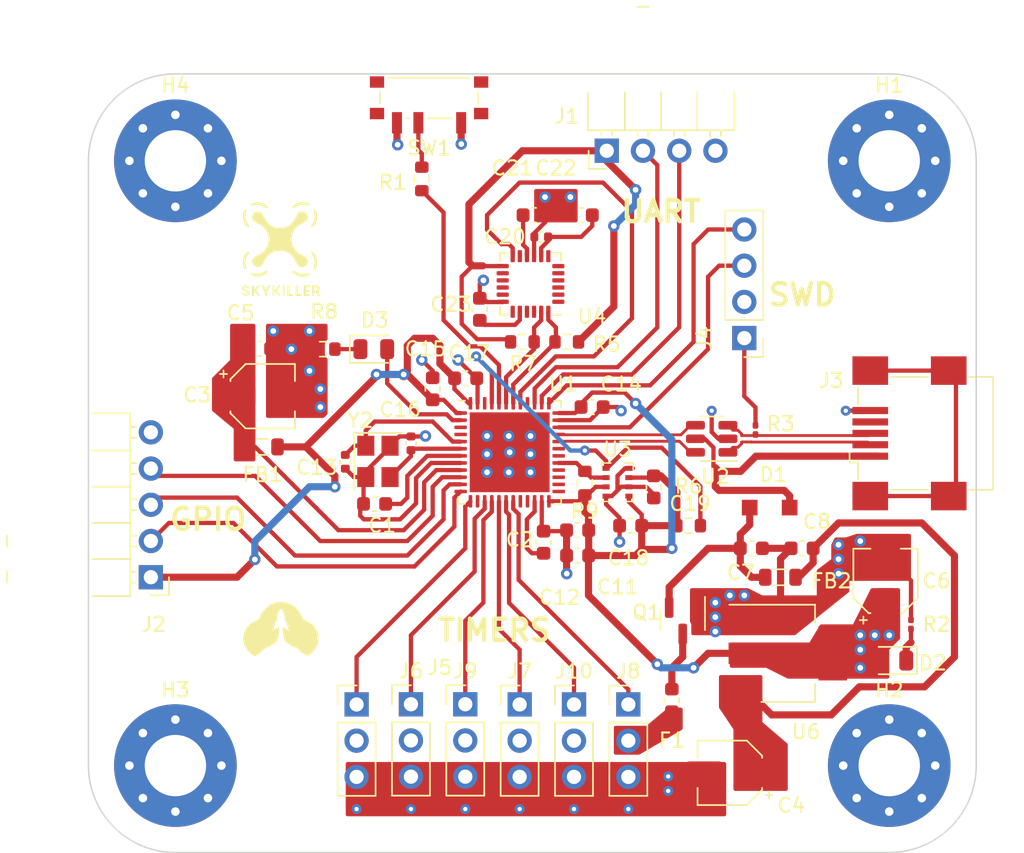
<source format=kicad_pcb>
(kicad_pcb (version 20211014) (generator pcbnew)
  (layers (0 "F.Cu" signal) (1 "In1.Cu" power) (2 "In2.Cu" power) (31 "B.Cu" signal) (34 "B.Paste" user) (35 "F.Paste" user) (36 "B.SilkS" user "B.Silkscreen") (37 "F.SilkS" user "F.Silkscreen") (38 "B.Mask" user) (39 "F.Mask" user) (44 "Edge.Cuts" user))
  (net 0 "")
  (net 1 "GND")
  (net 2 "NRST")
  (net 3 "VCAP")
  (net 4 "VDDA")
  (net 5 "Net-(C7-Pad1)")
  (net 6 "Regulator_Input 5V")
  (net 7 "HSE_IN")
  (net 8 "HSE_OUT")
  (net 9 "Net-(C21-Pad1)")
  (net 10 "Net-(C23-Pad1)")
  (net 11 "VBUS")
  (net 12 "Net-(D2-Pad1)")
  (net 13 "+5V")
  (net 14 "/MCU(STM32F411CEUX)/ESC")
  (net 18 "USART1_RX")
  (net 19 "USART1_TX")
  (net 20 "USB_CON_D-")
  (net 21 "USB_CON_D+")
  (net 23 "unconnected-(J3-Pad6)")
  (net 24 "SWDIO")
  (net 25 "SWCLK")
  (net 26 "TIM2_CH4")
  (net 27 "TIM2_CH1")
  (net 28 "TIM3_CH3")
  (net 29 "TIM3_CH1")
  (net 30 "TIM3_CH2")
  (net 31 "TIM3_CH4")
  (net 32 "GPIO_PA0")
  (net 33 "GPIO_PA1")
  (net 34 "Net-(R1-Pad1)")
  (net 35 "BOOT0")
  (net 36 "USER_LED 1")
  (net 39 "GPIO_PA2")
  (net 44 "USB_D-")
  (net 45 "USB_D+")
  (net 63 "/MCU(STM32F411CEUX)/MPU6050_SCL")
  (net 64 "/MCU(STM32F411CEUX)/BMP280_SDA")
  (net 65 "/MCU(STM32F411CEUX)/MPU6050_SDA")
  (net 66 "/MCU(STM32F411CEUX)/BMP280_SCL")
  (net 72 "/MCU(STM32F411CEUX)/MPU6050_INT")
  (net 73 "Net-(D3-Pad1)")
  (net 77 "+3.3V")
  (footprint "LED_SMD:LED_0805_2012Metric" (layer "F.Cu") (at 170.67925 105.497 180)
    (fp_text reference "D2")
    (fp_text value "RED")
  )
  (footprint "Connector_PinHeader_2.54mm:PinHeader_1x03_P2.54mm_Vertical" (layer "F.Cu") (at 152.13725 108.575)
    (fp_text reference "J8")
    (fp_text value "MOTOR")
  )
  (footprint "Connector_PinHeader_2.54mm:PinHeader_1x05_P2.54mm_Horizontal" (layer "F.Cu") (at 118.66625 99.65 180)
    (fp_text reference "J2")
    (fp_text value "GPIO")
  )
  (footprint "LOGO" (layer "F.Cu") (at 127.762 76.962)
    (fp_text reference "G***" hide)
    (fp_text value "LOGO" hide)
  )
  (footprint "Crystal:Crystal_SMD_3225-4Pin_3.2x2.5mm" (layer "F.Cu") (at 134.58325 91.527 -90)
    (fp_text reference "Y2")
    (fp_text value "HSE 16 MHz")
  )
  (footprint "Inductor_SMD:L_0805_2012Metric" (layer "F.Cu") (at 162.79225 99.655)
    (fp_text reference "FB2")
    (fp_text value "100ohm @100MHz")
  )
  (footprint "MountingHole:MountingHole_4.3mm_M4_Pad_Via" (layer "F.Cu") (at 170.42525 112.863)
    (fp_text reference "H2")
    (fp_text value "MountingHole_Pad")
  )
  (footprint "Resistor_SMD:R_0603_1608Metric" (layer "F.Cu") (at 137.65925 71.715 -90)
    (fp_text reference "R1")
    (fp_text value "10k")
  )
  (footprint "Fuse:Fuse_0603_1608Metric" (layer "F.Cu") (at 155.18525 108.291 90)
    (fp_text reference "F1")
    (fp_text value "2A")
  )
  (footprint "Connector_PinHeader_2.54mm:PinHeader_1x04_P2.54mm_Vertical" (layer "F.Cu") (at 160.26525 82.881 180)
    (fp_text reference "J4")
    (fp_text value "SWD")
  )
  (footprint "Resistor_SMD:R_0603_1608Metric" (layer "F.Cu") (at 147.81925 83.145 180)
    (fp_text reference "R5")
    (fp_text value "4k7")
  )
  (footprint "Capacitor_SMD:C_0603_1608Metric" (layer "F.Cu") (at 126.28625 83.625)
    (fp_text reference "C5")
    (fp_text value "100nF")
  )
  (footprint "Resistor_SMD:R_0603_1608Metric" (layer "F.Cu") (at 149.08925 93.051 90)
    (fp_text reference "R9")
    (fp_text value "4k7")
  )
  (footprint "Connector_PinHeader_2.54mm:PinHeader_1x03_P2.54mm_Vertical" (layer "F.Cu") (at 136.89725 108.56)
    (fp_text reference "J6")
    (fp_text value "MOTOR")
  )
  (footprint "Resistor_SMD:R_0201_0603Metric" (layer "F.Cu") (at 161.049739 89.320433 -90)
    (fp_text reference "R3")
    (fp_text value "1k5")
  )
  (footprint "Package_LGA:Bosch_LGA-8_2x2.5mm_P0.65mm_ClockwisePinNumbering" (layer "F.Cu") (at 151.37525 92.988 90)
    (fp_text reference "U3")
    (fp_text value "BMP280")
  )
  (footprint "Capacitor_SMD:C_0603_1608Metric" (layer "F.Cu") (at 146.194455 97.195561 90)
    (fp_text reference "C2")
    (fp_text value "2.2uF")
  )
  (footprint "Capacitor_SMD:CP_Elec_4x5.4" (layer "F.Cu") (at 159.24925 113.371 180)
    (fp_text reference "C4")
    (fp_text value "10uF")
  )
  (footprint "MountingHole:MountingHole_4.3mm_M4_Pad_Via" (layer "F.Cu") (at 120.38725 70.445)
    (fp_text reference "H4")
    (fp_text value "MountingHole_GND")
  )
  (footprint "Connector_PinHeader_2.54mm:PinHeader_1x03_P2.54mm_Vertical" (layer "F.Cu") (at 140.70725 108.56)
    (fp_text reference "J9")
    (fp_text value "MOTOR")
  )
  (footprint "Capacitor_SMD:C_0603_1608Metric" (layer "F.Cu") (at 134.348994 94.508104)
    (fp_text reference "C1")
    (fp_text value "100nF")
  )
  (footprint "Capacitor_SMD:C_0402_1005Metric" (layer "F.Cu") (at 136.89725 90.257 90)
    (fp_text reference "C16")
    (fp_text value "12pF")
  )
  (footprint "Capacitor_SMD:CP_Elec_4x5.4" (layer "F.Cu") (at 170.17125 99.909 90)
    (fp_text reference "C6")
    (fp_text value "22uF")
  )
  (footprint "Capacitor_SMD:C_0603_1608Metric" (layer "F.Cu") (at 145.53325 74.255)
    (fp_text reference "C21")
    (fp_text value "100nF")
  )
  (footprint "LOGO" (layer "F.Cu") (at 127.762 104.902)
    (fp_text reference "G***" hide)
    (fp_text value "LOGO" hide)
  )
  (footprint "Capacitor_SMD:C_0603_1608Metric" (layer "F.Cu") (at 138.42125 86.434 -90)
    (fp_text reference "C15")
    (fp_text value "100nF")
  )
  (footprint "Capacitor_SMD:C_0402_1005Metric" (layer "F.Cu") (at 146.02725 75.779 180)
    (fp_text reference "C20")
    (fp_text value "10nF")
  )
  (footprint "Resistor_SMD:R_0603_1608Metric" (layer "F.Cu") (at 144.70825 83.145)
    (fp_text reference "R7")
    (fp_text value "4k7")
  )
  (footprint "Capacitor_SMD:C_0603_1608Metric" (layer "F.Cu") (at 160.76025 97.623)
    (fp_text reference "C7")
    (fp_text value "2.2uF")
  )
  (footprint "Connector_PinHeader_2.54mm:PinHeader_1x03_P2.54mm_Vertical" (layer "F.Cu") (at 133.08725 108.575)
    (fp_text reference "J5")
    (fp_text value "MOTOR")
  )
  (footprint "Resistor_SMD:R_0201_0603Metric" (layer "F.Cu") (at 171.94925 102.957 90)
    (fp_text reference "R2")
    (fp_text value "1k5")
  )
  (footprint "Capacitor_SMD:CP_Elec_4x5.4" (layer "F.Cu") (at 126.50525 86.955)
    (fp_text reference "C3")
    (fp_text value "1uF")
  )
  (footprint "Button_Switch_SMD:SW_SPDT_PCM12" (layer "F.Cu") (at 138.16725 66.348 180)
    (fp_text reference "SW1")
    (fp_text value "SW_SPDT")
  )
  (footprint "Capacitor_SMD:C_0603_1608Metric" (layer "F.Cu") (at 149.59725 87.717 180)
    (fp_text reference "C14")
    (fp_text value "100nF")
  )
  (footprint "Diode_SMD:D_SOD-123F" (layer "F.Cu") (at 162.04325 94.766)
    (fp_text reference "D1")
    (fp_text value "D_Schottky")
  )
  (footprint "Inductor_SMD:L_0805_2012Metric" (layer "F.Cu") (at 126.48075 90.511 180)
    (fp_text reference "FB1")
    (fp_text value "100ohm @100MHz")
  )
  (footprint "Package_TO_SOT_SMD:SOT-23-6" (layer "F.Cu") (at 157.97925 89.94 180)
    (fp_text reference "U2")
    (fp_text value "USBLC6-2SC6")
  )
  (footprint "Capacitor_SMD:C_0603_1608Metric" (layer "F.Cu") (at 140.730136 85.696164 180)
    (fp_text reference "C17")
    (fp_text value "100nF")
  )
  (footprint "Resistor_SMD:R_0603_1608Metric" (layer "F.Cu") (at 156.361863 96.035743)
    (fp_text reference "R6")
    (fp_text value "4k7")
  )
  (footprint "Capacitor_SMD:C_0603_1608Metric" (layer "F.Cu") (at 148.58125 98.131)
    (fp_text reference "C12")
    (fp_text value "100nF")
  )
  (footprint "Package_TO_SOT_SMD:SOT-223-3_TabPin2" (layer "F.Cu") (at 163.31325 104.989)
    (fp_text reference "U6")
    (fp_text value "AMS1117-3.3")
  )
  (footprint "MountingHole:MountingHole_4.3mm_M4_Pad_Via" (layer "F.Cu") (at 120.38725 112.863)
    (fp_text reference "H3")
    (fp_text value "MountingHole_Pad")
  )
  (footprint "LED_SMD:LED_0805_2012Metric" (layer "F.Cu") (at 134.29425 83.653)
    (fp_text reference "D3")
    (fp_text value "BLUE")
  )
  (footprint "Connector_PinHeader_2.54mm:PinHeader_1x03_P2.54mm_Vertical" (layer "F.Cu") (at 148.32725 108.575)
    (fp_text reference "J10")
    (fp_text value "SERVO 2")
  )
  (footprint "Connector_PinHeader_2.54mm:PinHeader_1x03_P2.54mm_Vertical" (layer "F.Cu") (at 144.51725 108.575)
    (fp_text reference "J7")
    (fp_text value "SERVO 1")
  )
  (footprint "Package_TO_SOT_SMD:SOT-23" (layer "F.Cu") (at 155.94725 102.703 -90)
    (fp_text reference "Q1")
    (fp_text value "AO3401A")
  )
  (footprint "Capacitor_SMD:C_0603_1608Metric" (layer "F.Cu") (at 148.58125 96.353 180)
    (fp_text reference "C11")
    (fp_text value "4.7uF")
  )
  (footprint "Connector_USB:USB_Mini-B_Wuerth_65100516121_Horizontal" (layer "F.Cu") (at 171.69525 89.559562 90)
    (fp_text reference "J3")
    (fp_text value "USB_B_Mini")
  )
  (footprint "Capacitor_SMD:C_0603_1608Metric" (layer "F.Cu") (at 153.91525 93.318 -90)
    (fp_text reference "C19")
    (fp_text value "100nF")
  )
  (footprint "Capacitor_SMD:C_0402_1005Metric" (layer "F.Cu") (at 132.29725 91.555 -90)
    (fp_text reference "C13")
    (fp_text value "12pF")
  )
  (footprint "Package_DFN_QFN:QFN-48-1EP_7x7mm_P0.5mm_EP5.6x5.6mm" (layer "F.Cu") (at 143.81725 90.888)
    (fp_text reference "U1")
    (fp_text value "STM32F411CEUx")
  )
  (footprint "Capacitor_SMD:C_0603_1608Metric" (layer "F.Cu") (at 152.297863 96.035743 180)
    (fp_text reference "C18")
    (fp_text value "100nF")
  )
  (footprint "Capacitor_SMD:C_0603_1608Metric" (layer "F.Cu") (at 164.31625 97.623 180)
    (fp_text reference "C8")
    (fp_text value "2.2uF")
  )
  (footprint "MountingHole:MountingHole_4.3mm_M4_Pad_Via" (layer "F.Cu") (at 170.42525 70.445)
    (fp_text reference "H1")
    (fp_text value "MountingHole_Pad")
  )
  (footprint "Connector_PinHeader_2.54mm:PinHeader_1x04_P2.54mm_Horizontal" (layer "F.Cu") (at 150.62325 69.74 90)
    (fp_text reference "J1")
    (fp_text value "USART")
  )
  (footprint "Resistor_SMD:R_0603_1608Metric" (layer "F.Cu") (at 130.73825 83.653 180)
    (fp_text reference "R8")
    (fp_text value "1k5")
  )
  (footprint "Capacitor_SMD:C_0603_1608Metric" (layer "F.Cu") (at 141.72325 80.859 90)
    (fp_text reference "C23")
    (fp_text value "2n2")
  )
  (footprint "Sensor_Motion:InvenSense_QFN-24_4x4mm_P0.5mm" (layer "F.Cu") (at 145.27925 79.081 180)
    (fp_text reference "U4")
    (fp_text value "MPU-6050")
  )
  (footprint "Capacitor_SMD:C_0603_1608Metric" (layer "F.Cu") (at 148.83525 74.255 180)
    (fp_text reference "C22")
    (fp_text value "100nF")
  )
  (gr_line (start 170.42525 118.959) (end 120.38725 118.959) (layer "Edge.Cuts") (width 0.1))
  (gr_line (start 176.52125 112.863) (end 176.52125 70.445) (layer "Edge.Cuts") (width 0.1))
  (gr_line (start 114.29125 112.863) (end 114.29125 70.445) (layer "Edge.Cuts") (width 0.1))
  (gr_arc (start 120.38725 118.959) (mid 116.076727 117.173523) (end 114.29125 112.863) (layer "Edge.Cuts") (width 0.1))
  (gr_arc (start 176.52125 112.863) (mid 174.735773 117.173523) (end 170.42525 118.959) (layer "Edge.Cuts") (width 0.1))
  (gr_arc (start 170.42525 64.349) (mid 174.735773 66.134477) (end 176.52125 70.445) (layer "Edge.Cuts") (width 0.1))
  (gr_arc (start 114.29125 70.445) (mid 116.076727 66.134477) (end 120.38725 64.349) (layer "Edge.Cuts") (width 0.1))
  (gr_line (start 120.38725 64.349) (end 170.42525 64.349) (layer "Edge.Cuts") (width 0.1))
  (gr_text "TIMERS" (at 142.748 103.378) (layer "F.SilkS") (effects (font (size 1.5 1.5) (thickness 0.3))))
  (gr_text "GPIO" (at 122.67325 95.591) (layer "F.SilkS") (effects (font (size 1.5 1.5) (thickness 0.3))))
  (gr_text "UART" (at 154.42325 74.001) (layer "F.SilkS") (effects (font (size 1.5 1.5) (thickness 0.3))))
  (gr_text "SWD\n" (at 164.32925 79.843) (layer "F.SilkS") (effects (font (size 1.5 1.5) (thickness 0.3))))
  (segment (start 143.30925 80.351) (end 143.32925 80.331) (width 0.3) (layer "F.Cu") (net 1))
  (segment (start 135.43325 90.527) (end 133.73325 92.227) (width 0.3) (layer "F.Cu") (net 1))
  (segment (start 152.17525 92.013) (end 152.452751 92.013) (width 0.3) (layer "F.Cu") (net 1))
  (segment (start 153.38925 93.313) (end 154.16925 94.093) (width 0.3) (layer "F.Cu") (net 1))
  (segment (start 138.42125 85.177) (end 137.65925 84.415) (width 0.3) (layer "F.Cu") (net 1))
  (segment (start 151.90525 92.013) (end 151.37525 92.543) (width 0.3) (layer "F.Cu") (net 1))
  (segment (start 138.42125 85.659) (end 138.42125 85.177) (width 0.3) (layer "F.Cu") (net 1))
  (segment (start 162.02925 102.689) (end 160.16325 102.689) (width 0.5) (layer "F.Cu") (net 1))
  (segment (start 147.25475 88.638) (end 149.45125 88.638) (width 0.3) (layer "F.Cu") (net 1))
  (segment (start 149.45125 88.638) (end 150.37225 87.717) (width 0.3) (layer "F.Cu") (net 1))
  (segment (start 141.480414 85.696164) (end 140.19925 84.415) (width 0.3) (layer "F.Cu") (net 1))
  (segment (start 141.72325 80.084) (end 141.96425 80.084) (width 0.3) (layer "F.Cu") (net 1))
  (segment (start 162.04325 102.703) (end 162.02925 102.689) (width 0.5) (layer "F.Cu") (net 1))
  (segment (start 159.11675 89.94) (end 158.447143 89.94) (width 0.3) (layer "F.Cu") (net 1))
  (segment (start 133.573994 92.786256) (end 133.73325 92.627) (width 0.3) (layer "F.Cu") (net 1))
  (segment (start 145.54725 75.511) (end 146.30825 74.75) (width 0.3) (layer "F.Cu") (net 1))
  (segment (start 147.80625 99.388) (end 147.80625 98.131) (width 0.5) (layer "F.Cu") (net 1))
  (segment (start 136.13525 95.591) (end 133.59525 95.591) (width 0.3) (layer "F.Cu") (net 1))
  (segment (start 136.89725 89.777) (end 137.88525 89.777) (width 0.3) (layer "F.Cu") (net 1))
  (segment (start 133.34125 94.740848) (end 133.573994 94.508104) (width 0.3) (layer "F.Cu") (net 1))
  (segment (start 141.56725 85.758278) (end 141.505136 85.696164) (width 0.3) (layer "F.Cu") (net 1))
  (segment (start 141.72325 79.081) (end 141.97725 78.827) (width 0.3) (layer "F.Cu") (net 1))
  (segment (start 150.86725 94.829) (end 151.522863 95.484613) (width 0.3) (layer "F.Cu") (net 1))
  (segment (start 163.54125 97.623) (end 161.53525 97.623) (width 0.5) (layer "F.Cu") (net 1))
  (segment (start 150.57525 93.963) (end 150.97125 93.963) (width 0.3) (layer "F.Cu") (net 1))
  (segment (start 135.43325 90.427) (end 135.43325 90.527) (width 0.3) (layer "F.Cu") (net 1))
  (segment (start 145.51925 75.807) (end 145.54725 75.779) (width 0.3) (layer "F.Cu") (net 1))
  (segment (start 147.738689 96.420561) (end 147.80625 96.353) (width 0.3) (layer "F.Cu") (net 1))
  (segment (start 141.56725 87.4505) (end 141.56725 85.758278) (width 0.3) (layer "F.Cu") (net 1))
  (segment (start 151.62925 93.305) (end 152.16725 93.305) (width 0.3) (layer "F.Cu") (net 1))
  (segment (start 151.522863 95.484613) (end 151.522863 96.035743) (width 0.3) (layer "F.Cu") (net 1))
  (segment (start 140.41725 67.778) (end 140.41725 69.262214) (width 0.5) (layer "F.Cu") (net 1))
  (segment (start 158.447143 89.94) (end 157.97925 89.472107) (width 0.3) (layer "F.Cu") (net 1))
  (segment (start 135.43325 90.827) (end 135.43325 90.427) (width 0.3) (layer "F.Cu") (net 1))
  (segment (start 160.16325 102.689) (end 159.81325 102.689) (width 0.5) (layer "F.Cu") (net 1))
  (segment (start 162.80525 101.941) (end 162.04325 102.703) (width 0.5) (layer "F.Cu") (net 1))
  (segment (start 137.257699 94.468551) (end 136.13525 95.591) (width 0.3) (layer "F.Cu") (net 1))
  (segment (start 162.80525 98.359) (end 162.80525 101.941) (width 0.5) (layer "F.Cu") (net 1))
  (segment (start 133.59525 95.591) (end 133.34125 95.337) (width 0.3) (layer "F.Cu") (net 1))
  (segment (start 133.73325 92.627) (end 132.88925 92.627) (width 0.3) (layer "F.Cu") (net 1))
  (segment (start 128.53725 86.723) (end 128.30525 86.955) (width 0.5) (layer "F.Cu") (net 1))
  (segment (start 127.06125 83.625) (end 127.06125 83.701) (width 0.5) (layer "F.Cu") (net 1))
  (segment (start 151.62925 87.971) (end 151.37525 87.717) (width 0.3) (layer "F.Cu") (net 1))
  (segment (start 135.43325 90.427) (end 136.08325 89.777) (width 0.3) (layer "F.Cu") (net 1))
  (segment (start 151.37525 87.717) (end 150.37225 87.717) (width 0.3) (layer "F.Cu") (net 1))
  (segment (start 132.88925 92.627) (end 132.29725 92.035) (width 0.3) (layer "F.Cu") (net 1))
  (segment (start 141.96425 80.084) (end 142.23125 80.351) (width 0.3) (layer "F.Cu") (net 1))
  (segment (start 157.97925 89.472107) (end 157.97925 87.971) (width 0.3) (layer "F.Cu") (net 1))
  (segment (start 145.54725 75.779) (end 145.54725 75.511) (width 0.3) (layer "F.Cu") (net 1))
  (segment (start 136.08325 89.777) (end 136.89725 89.777) (width 0.3) (layer "F.Cu") (net 1))
  (segment (start 152.17525 92.013) (end 151.90525 92.013) (width 0.3) (layer "F.Cu") (net 1))
  (segment (start 142.23125 80.351) (end 143.30925 80.351) (width 0.3) (layer "F.Cu") (net 1))
  (segment (start 133.34125 95.337) (end 133.34125 94.740848) (width 0.3) (layer "F.Cu") (net 1))
  (segment (start 146.194455 96.420561) (end 147.738689 96.420561) (width 0.3) (layer "F.Cu") (net 1))
  (segment (start 171.94925 99.887) (end 170.17125 98.109) (width 0.3) (layer "F.Cu") (net 1))
  (segment (start 151.37525 92.543) (end 151.37525 93.559) (width 0.3) (layer "F.Cu") (net 1))
  (segment (start 140.37975 91.638) (end 138.31025 91.638) (width 0.3) (layer "F.Cu") (net 1))
  (segment (start 146.30825 74.75) (end 146.30825 74.255) (width 0.3) (layer "F.Cu") (net 1))
  (segment (start 145.52925 77.131) (end 145.52925 75.797) (width 0.3) (layer "F.Cu") (net 1))
  (segment (start 150.57525 94.537) (end 150.57525 93.963) (width 0.3) (layer "F.Cu") (net 1))
  (segment (start 145.52925 75.797) (end 145.54725 75.779) (width 0.3) (layer "F.Cu") (net 1))
  (segment (start 152.16725 93.305) (end 152.17525 93.313) (width 0.3) (layer "F.Cu") (net 1))
  (segment (start 152.17525 93.313) (end 153.38925 93.313) (width 0.3) (layer "F.Cu") (net 1))
  (segment (start 138.31025 91.638) (end 137.257699 92.690551) (width 0.3) (layer "F.Cu") (net 1))
  (segment (start 150.86725 94.829) (end 150.57525 94.537) (width 0.3) (layer "F.Cu") (net 1))
  (segment (start 140.41725 69.262214) (end 140.423914 69.268878) (width 0.3) (layer "F.Cu") (net 1))
  (segment (start 171.94925 102.637) (end 171.94925 99.887) (width 0.3) (layer "F.Cu") (net 1))
  (segment (start 137.257699 92.690551) (end 137.257699 94.468551) (width 0.3) (layer "F.Cu") (net 1))
  (segment (start 151.37525 93.559) (end 151.62925 93.305) (width 0.3) (layer "F.Cu") (net 1))
  (segment (start 137.88525 89.777) (end 137.91325 89.749) (width 0.3) (layer "F.Cu") (net 1))
  (segment (start 151.522863 96.035743) (end 151.522862 97.173611) (width 0.3) (layer "F.Cu") (net 1))
  (segment (start 167.388688 87.959562) (end 167.37725 87.971) (width 0.3) (layer "F.Cu") (net 1))
  (segment (start 152.17525 92.013) (end 152.41325 92.013) (width 0.3) (layer "F.Cu") (net 1))
  (segment (start 141.505136 85.696164) (end 141.480414 85.696164) (width 0.3) (layer "F.Cu") (net 1))
  (segment (start 156.89725 101.7655) (end 156.89725 102.129) (width 0.5) (layer "F.Cu") (net 1))
  (segment (start 141.72325 80.084) (end 141.72325 79.081) (width 0.3) (layer "F.Cu") (net 1))
  (segment (start 146.06725 96.293356) (end 146.194455 96.420561) (width 0.3) (layer "F.Cu") (net 1))
  (segment (start 146.06725 94.3255) (end 146.06725 96.293356) (width 0.3) (layer "F.Cu") (net 1))
  (segment (start 169.60325 87.959562) (end 167.388688 87.959562) (width 0.3) (layer "F.Cu") (net 1))
  (segment (start 133.573994 94.508104) (end 133.573994 92.786256) (width 0.3) (layer "F.Cu") (net 1))
  (segment (start 133.73325 92.227) (end 133.73325 92.627) (width 0.3) (layer "F.Cu") (net 1))
  (segment (start 150.97125 93.963) (end 151.37525 93.559) (width 0.3) (layer "F.Cu") (net 1))
  (segment (start 163.54125 97.623) (end 162.80525 98.359) (width 0.5) (layer "F.Cu") (net 1))
  (segment (start 147.80625 96.353) (end 147.80625 98.131) (width 0.5) (layer "F.Cu") (net 1))
  (via (at 142.23125 89.749) (size 0.8) (drill 0.4) (layers "F.Cu" "B.Cu") (net 1))
  (via (at 140.19925 84.415) (size 0.8) (drill 0.4) (layers "F.Cu" "B.Cu") (net 1))
  (via (at 168.39325 97.115) (size 0.8) (drill 0.4) (layers "F.Cu" "B.Cu") (net 1))
  (via (at 143.75525 92.289) (size 0.8) (drill 0.4) (layers "F.Cu" "B.Cu") (net 1))
  (via (at 133.08725 115.911) (size 0.7) (drill 0.3) (layers "F.Cu" "B.Cu") (net 1))
  (via (at 166.86925 97.369) (size 0.8) (drill 0.4) (layers "F.Cu" "B.Cu") (net 1))
  (via (at 129.78525 85.177) (size 0.8) (drill 0.4) (layers "F.Cu" "B.Cu") (net 1))
  (via (at 145.27925 89.749) (size 0.8) (drill 0.4) (layers "F.Cu" "B.Cu") (net 1))
  (via (at 151.522862 97.173611) (size 0.8) (drill 0.4) (layers "F.Cu" "B.Cu") (net 1))
  (via (at 166.86925 98.385) (size 0.8) (drill 0.4) (layers "F.Cu" "B.Cu") (net 1))
  (via (at 159.24925 100.925) (size 0.8) (drill 0.4) (layers "F.Cu" "B.Cu") (net 1))
  (via (at 166.86925 99.401) (size 0.8) (drill 0.4) (layers "F.Cu" "B.Cu") (net 1))
  (via (at 154.93125 114.641) (size 0.7) (drill 0.3) (layers "F.Cu" "B.Cu") (net 1))
  (via (at 142.23125 91.019) (size 0.8) (drill 0.4) (layers "F.Cu" "B.Cu") (net 1))
  (via (at 140.70725 115.911) (size 0.7) (drill 0.3) (layers "F.Cu" "B.Cu") (net 1))
  (via (at 137.91325 89.749) (size 0.8) (drill 0.4) (layers "F.Cu" "B.Cu") (net 1))
  (via (at 143.81725 90.888) (size 0.8) (drill 0.4) (layers "F.Cu" "B.Cu") (net 1))
  (via (at 146.29525 72.985) (size 0.8) (drill 0.4) (layers "F.Cu" "B.Cu") (net 1))
  (via (at 145.27925 91.019) (size 0.8) (drill 0.4) (layers "F.Cu" "B.Cu") (net 1))
  (via (at 129.78525 82.383) (size 0.8) (drill 0.4) (layers "F.Cu" "B.Cu") (net 1))
  (via (at 128.51525 83.653) (size 0.8) (drill 0.4) (layers "F.Cu" "B.Cu") (net 1))
  (via (at 141.97725 78.827) (size 0.8) (drill 0.4) (layers "F.Cu" "B.Cu") (net 1))
  (via (at 148.07325 72.985) (size 0.8) (drill 0.4) (layers "F.Cu" "B.Cu") (net 1))
  (via (at 148.32725 115.911) (size 0.7) (drill 0.3) (layers "F.Cu" "B.Cu") (net 1))
  (via (at 142.23125 92.289) (size 0.8) (drill 0.4) (layers "F.Cu" "B.Cu") (net 1))
  (via (at 136.89725 115.911) (size 0.7) (drill 0.3) (layers "F.Cu" "B.Cu") (net 1))
  (via (at 151.62925 87.971) (size 0.8) (drill 0.4) (layers "F.Cu" "B.Cu") (net 1))
  (via (at 144.51725 115.911) (size 0.7) (drill 0.3) (layers "F.Cu" "B.Cu") (net 1))
  (via (at 140.423914 69.268878) (size 0.8) (drill 0.4) (layers "F.Cu" "B.Cu") (net 1))
  (via (at 147.81925 99.401) (size 0.8) (drill 0.4) (layers "F.Cu" "B.Cu") (net 1))
  (via (at 143.75525 89.749) (size 0.8) (drill 0.4) (layers "F.Cu" "B.Cu") (net 1))
  (via (at 158.23325 101.433) (size 0.8) (drill 0.4) (layers "F.Cu" "B.Cu") (net 1))
  (via (at 152.13725 115.911) (size 0.7) (drill 0.3) (layers "F.Cu" "B.Cu") (net 1))
  (via (at 137.65925 84.415) (size 0.8) (drill 0.4) (layers "F.Cu" "B.Cu") (net 1))
  (via (at 167.37725 87.971) (size 0.7) (drill 0.3) (layers "F.Cu" "B.Cu") (net 1))
  (via (at 127.24525 82.383) (size 0.8) (drill 0.4) (layers "F.Cu" "B.Cu") (net 1))
  (via (at 130.54725 87.717) (size 0.8) (drill 0.4) (layers "F.Cu" "B.Cu") (net 1))
  (via (at 158.23325 103.465) (size 0.8) (drill 0.4) (layers "F.Cu" "B.Cu") (net 1))
  (via (at 158.23325 102.449) (size 0.8) (drill 0.4) (layers "F.Cu" "B.Cu") (net 1))
  (via (at 130.54725 86.447) (size 0.8) (drill 0.4) (layers "F.Cu" "B.Cu") (net 1))
  (via (at 145.27925 92.289) (size 0.8) (drill 0.4) (layers "F.Cu" "B.Cu") (net 1))
  (via (at 160.26525 100.925) (size 0.8) (drill 0.4) (layers "F.Cu" "B.Cu") (net 1))
  (via (at 157.97925 87.971) (size 0.7) (drill 0.3) (layers "F.Cu" "B.Cu") (net 1))
  (via (at 154.93125 113.625) (size 0.7) (drill 0.3) (layers "F.Cu" "B.Cu") (net 1))
  (segment (start 136.64325 94.067) (end 136.202146 94.508104) (width 0.3) (layer "F.Cu") (net 2))
  (segment (start 140.37975 91.138) (end 138.04825 91.138) (width 0.3) (layer "F.Cu") (net 2))
  (segment (start 138.04825 91.138) (end 136.64325 92.543) (width 0.3) (layer "F.Cu") (net 2))
  (segment (start 136.202146 94.508104) (end 135.123994 94.508104) (width 0.3) (layer "F.Cu") (net 2))
  (segment (start 136.64325 92.543) (end 136.64325 94.067) (width 0.3) (layer "F.Cu") (net 2))
  (segment (start 145.372811 97.970561) (end 146.194455 97.970561) (width 0.3) (layer "F.Cu") (net 3))
  (segment (start 145.02525 95.591) (end 145.02525 97.623) (width 0.3) (layer "F.Cu") (net 3))
  (segment (start 145.56725 95.049) (end 145.02525 95.591) (width 0.3) (layer "F.Cu") (net 3))
  (segment (start 145.56725 94.3255) (end 145.56725 95.049) (width 0.3) (layer "F.Cu") (net 3))
  (segment (start 145.02525 97.623) (end 145.372811 97.970561) (width 0.3) (layer "F.Cu") (net 3))
  (segment (start 137.825201 94.917049) (end 137.825201 92.990293) (width 0.3) (layer "F.Cu") (net 4))
  (segment (start 137.825201 92.990293) (end 138.677494 92.138) (width 0.3) (layer "F.Cu") (net 4))
  (segment (start 136.38925 96.353) (end 137.825201 94.917049) (width 0.3) (layer "F.Cu") (net 4))
  (segment (start 131.81725 96.353) (end 136.38925 96.353) (width 0.3) (layer "F.Cu") (net 4))
  (segment (start 138.677494 92.138) (end 140.37975 92.138) (width 0.3) (layer "F.Cu") (net 4))
  (segment (start 125.97525 90.511) (end 131.81725 96.353) (width 0.3) (layer "F.Cu") (net 4))
  (segment (start 125.41825 90.511) (end 125.97525 90.511) (width 0.3) (layer "F.Cu") (net 4))
  (segment (start 125.48925 83.603) (end 125.51125 83.625) (width 0.3) (layer "F.Cu") (net 4))
  (segment (start 159.98525 96.633) (end 159.98525 97.623) (width 0.5) (layer "F.Cu") (net 5))
  (segment (start 161.72975 99.655) (end 160.77325 99.655) (width 0.5) (layer "F.Cu") (net 5))
  (segment (start 154.99725 100.351) (end 157.72525 97.623) (width 0.5) (layer "F.Cu") (net 5))
  (segment (start 159.98525 98.867) (end 159.98525 97.623) (width 0.5) (layer "F.Cu") (net 5))
  (segment (start 160.64325 94.766) (end 160.64325 95.975) (width 0.5) (layer "F.Cu") (net 5))
  (segment (start 154.99725 101.7655) (end 154.99725 100.351) (width 0.5) (layer "F.Cu") (net 5))
  (segment (start 157.72525 97.623) (end 159.98525 97.623) (width 0.5) (layer "F.Cu") (net 5))
  (segment (start 160.64325 95.975) (end 159.98525 96.633) (width 0.5) (layer "F.Cu") (net 5))
  (segment (start 160.77325 99.655) (end 159.98525 98.867) (width 0.5) (layer "F.Cu") (net 5))
  (segment (start 164.07525 99.655) (end 165.09125 98.639) (width 0.5) (layer "F.Cu") (net 6))
  (segment (start 166.86925 95.845) (end 165.09125 97.623) (width 0.5) (layer "F.Cu") (net 6))
  (segment (start 165.09125 98.639) (end 165.09125 97.623) (width 0.5) (layer "F.Cu") (net 6))
  (segment (start 174.99725 98.131) (end 172.71125 95.845) (width 0.5) (layer "F.Cu") (net 6))
  (segment (start 160.16325 107.289) (end 162.18125 109.307) (width 0.5) (layer "F.Cu") (net 6))
  (segment (start 162.18125 109.307) (end 166.36125 109.307) (width 0.5) (layer "F.Cu") (net 6))
  (segment (start 166.36125 109.307) (end 168.32925 107.339) (width 0.5) (layer "F.Cu") (net 6))
  (segment (start 168.32925 107.339) (end 172.90125 107.339) (width 0.5) (layer "F.Cu") (net 6))
  (segment (start 163.85475 99.655) (end 164.07525 99.655) (width 0.5) (layer "F.Cu") (net 6))
  (segment (start 172.71125 95.845) (end 166.86925 95.845) (width 0.5) (layer "F.Cu") (net 6))
  (segment (start 174.99725 105.243) (end 174.99725 98.131) (width 0.5) (layer "F.Cu") (net 6))
  (segment (start 172.90125 107.339) (end 174.99725 105.243) (width 0.5) (layer "F.Cu") (net 6))
  (segment (start 133.73325 89.357) (end 133.73325 90.427) (width 0.3) (layer "F.Cu") (net 7))
  (segment (start 139.82625 90.138) (end 138.42125 88.733) (width 0.3) (layer "F.Cu") (net 7))
  (segment (start 133.73325 90.427) (end 132.94525 90.427) (width 0.3) (layer "F.Cu") (net 7))
  (segment (start 138.42125 88.733) (end 134.35725 88.733) (width 0.3) (layer "F.Cu") (net 7))
  (segment (start 134.35725 88.733) (end 133.73325 89.357) (width 0.3) (layer "F.Cu") (net 7))
  (segment (start 140.37975 90.138) (end 139.82625 90.138) (width 0.3) (layer "F.Cu") (net 7))
  (segment (start 132.94525 90.427) (end 132.29725 91.075) (width 0.3) (layer "F.Cu") (net 7))
  (segment (start 136.89725 91.163) (end 135.43325 92.627) (width 0.3) (layer "F.Cu") (net 8))
  (segment (start 140.37975 90.638) (end 136.99625 90.638) (width 0.3) (layer "F.Cu") (net 8))
  (segment (start 136.89725 90.737) (end 136.89725 91.163) (width 0.3) (layer "F.Cu") (net 8))
  (segment (start 136.99625 90.638) (end 136.89725 90.737) (width 0.3) (layer "F.Cu") (net 8))
  (segment (start 144.75825 74.255) (end 144.75825 76.333959) (width 0.3) (layer "F.Cu") (net 9))
  (segment (start 144.75825 76.333959) (end 145.02925 76.604959) (width 0.3) (layer "F.Cu") (net 9))
  (segment (start 145.02925 76.604959) (end 145.02925 77.131) (width 0.3) (layer "F.Cu") (net 9))
  (segment (start 144.187484 81.950766) (end 142.040016 81.950766) (width 0.3) (layer "F.Cu") (net 10))
  (segment (start 144.52925 81.031) (end 144.52925 81.609) (width 0.3) (layer "F.Cu") (net 10))
  (segment (start 144.52925 81.609) (end 144.187484 81.950766) (width 0.3) (layer "F.Cu") (net 10))
  (segment (start 142.040016 81.950766) (end 141.72325 81.634) (width 0.3) (layer "F.Cu") (net 10))
  (segment (start 157.493304 89.94) (end 156.84175 89.94) (width 0.3) (layer "F.Cu") (net 11))
  (segment (start 163.44325 94.766) (end 163.44325 93.943) (width 0.5) (layer "F.Cu") (net 11))
  (segment (start 158.23325 93.305) (end 158.23325 91.972) (width 0.5) (layer "F.Cu") (net 11))
  (segment (start 158.48725 93.559) (end 158.23325 93.305) (width 0.5) (layer "F.Cu") (net 11))
  (segment (start 158.23325 91.972) (end 158.10425 91.843) (width 0.3) (layer "F.Cu") (net 11))
  (segment (start 158.10425 90.550946) (end 157.493304 89.94) (width 0.3) (layer "F.Cu") (net 11))
  (segment (start 158.23325 91.972) (end 158.48725 92.226) (width 0.5) (layer "F.Cu") (net 11))
  (segment (start 163.44325 93.943) (end 163.05925 93.559) (width 0.5) (layer "F.Cu") (net 11))
  (segment (start 160.01125 92.226) (end 161.077688 91.159562) (width 0.5) (layer "F.Cu") (net 11))
  (segment (start 163.05925 93.559) (end 158.48725 93.559) (width 0.5) (layer "F.Cu") (net 11))
  (segment (start 158.10425 91.843) (end 158.10425 90.550946) (width 0.3) (layer "F.Cu") (net 11))
  (segment (start 158.48725 92.226) (end 160.01125 92.226) (width 0.5) (layer "F.Cu") (net 11))
  (segment (start 161.077688 91.159562) (end 169.60325 91.159562) (width 0.5) (layer "F.Cu") (net 11))
  (segment (start 171.94925 104.227) (end 171.61675 104.5595) (width 0.5) (layer "F.Cu") (net 12))
  (segment (start 171.94925 104.227) (end 171.94925 103.277) (width 0.3) (layer "F.Cu") (net 12))
  (segment (start 171.61675 104.5595) (end 171.61675 105.497) (width 0.5) (layer "F.Cu") (net 12))
  (segment (start 155.18525 106.005) (end 155.94725 105.243) (width 0.5) (layer "F.Cu") (net 14))
  (segment (start 155.94725 105.243) (end 155.94725 103.6405) (width 0.5) (layer "F.Cu") (net 14))
  (segment (start 155.18525 107.5035) (end 155.18525 106.005) (width 0.5) (layer "F.Cu") (net 14))
  (segment (start 147.05725 84.923) (end 151.37525 84.923) (width 0.3) (layer "F.Cu") (net 18))
  (segment (start 154.16925 70.746) (end 153.16325 69.74) (width 0.3) (layer "F.Cu") (net 18))
  (segment (start 151.37525 84.923) (end 154.16925 82.129) (width 0.3) (layer "F.Cu") (net 18))
  (segment (start 145.56725 87.4505) (end 145.56725 86.413) (width 0.3) (layer "F.Cu") (net 18))
  (segment (start 153.15325 69.242) (end 153.16325 69.232) (width 0.3) (layer "F.Cu") (net 18))
  (segment (start 154.16925 82.129) (end 154.16925 70.746) (width 0.3) (layer "F.Cu") (net 18))
  (segment (start 145.56725 86.413) (end 147.05725 84.923) (width 0.3) (layer "F.Cu") (net 18))
  (segment (start 155.43925 69.496) (end 155.70325 69.232) (width 0.3) (layer "F.Cu") (net 19))
  (segment (start 147.56525 85.431) (end 152.39125 85.431) (width 0.3) (layer "F.Cu") (net 19))
  (segment (start 146.06725 87.4505) (end 146.06725 86.929) (width 0.3) (layer "F.Cu") (net 19))
  (segment (start 146.06725 86.929) (end 147.56525 85.431) (width 0.3) (layer "F.Cu") (net 19))
  (segment (start 155.70325 82.119) (end 155.70325 69.74) (width 0.3) (layer "F.Cu") (net 19))
  (segment (start 152.39125 85.431) (end 155.70325 82.119) (width 0.3) (layer "F.Cu") (net 19))
  (segment (start 169.09525 90.359562) (end 169.60325 90.359562) (width 0.2) (layer "F.Cu") (net 20))
  (segment (start 159.11675 90.89) (end 159.46675 90.54) (width 0.2) (layer "F.Cu") (net 20))
  (segment (start 168.906121 90.170433) (end 169.09525 90.359562) (width 0.2) (layer "F.Cu") (net 20))
  (segment (start 160.784054 90.170433) (end 168.906121 90.170433) (width 0.2) (layer "F.Cu") (net 20))
  (segment (start 160.07925 90.165001) (end 160.778622 90.165001) (width 0.2) (layer "F.Cu") (net 20))
  (segment (start 160.07925 90.276396) (end 160.07925 90.165001) (width 0.2) (layer "F.Cu") (net 20))
  (segment (start 159.815646 90.54) (end 160.07925 90.276396) (width 0.2) (layer "F.Cu") (net 20))
  (segment (start 159.46675 90.54) (end 159.815646 90.54) (width 0.2) (layer "F.Cu") (net 20))
  (segment (start 160.778622 90.165001) (end 160.784054 90.170433) (width 0.2) (layer "F.Cu") (net 20))
  (segment (start 159.46675 89.34) (end 159.815646 89.34) (width 0.2) (layer "F.Cu") (net 21))
  (segment (start 159.11675 88.99) (end 159.46675 89.34) (width 0.2) (layer "F.Cu") (net 21))
  (segment (start 160.07925 89.714999) (end 168.939813 89.714999) (width 0.2) (layer "F.Cu") (net 21))
  (segment (start 159.815646 89.34) (end 160.07925 89.603604) (width 0.2) (layer "F.Cu") (net 21))
  (segment (start 168.939813 89.714999) (end 169.09525 89.559562) (width 0.2) (layer "F.Cu") (net 21))
  (segment (start 160.07925 89.603604) (end 160.07925 89.714999) (width 0.2) (layer "F.Cu") (net 21))
  (segment (start 169.09525 89.559562) (end 169.60325 89.559562) (width 0.2) (layer "F.Cu") (net 21))
  (segment (start 175.10325 93.959562) (end 175.10325 85.159562) (width 0.3) (layer "F.Cu") (net 23))
  (segment (start 175.233812 85.159562) (end 169.60325 85.159562) (width 0.3) (layer "F.Cu") (net 23))
  (segment (start 175.10325 85.159562) (end 175.233812 85.159562) (width 0.3) (layer "F.Cu") (net 23))
  (segment (start 169.60325 93.959562) (end 175.10325 93.959562) (width 0.3) (layer "F.Cu") (net 23))
  (segment (start 157.72525 83.653) (end 157.72525 78.573) (width 0.3) (layer "F.Cu") (net 24))
  (segment (start 147.25475 89.138) (end 152.24025 89.138) (width 0.3) (layer "F.Cu") (net 24))
  (segment (start 157.72525 78.573) (end 158.49725 77.801) (width 0.3) (layer "F.Cu") (net 24))
  (segment (start 152.24025 89.138) (end 157.72525 83.653) (width 0.3) (layer "F.Cu") (net 24))
  (segment (start 158.49725 77.801) (end 160.26525 77.801) (width 0.3) (layer "F.Cu") (net 24))
  (segment (start 156.70925 76.287) (end 156.70925 83.145) (width 0.3) (layer "F.Cu") (net 25))
  (segment (start 153.66125 86.193) (end 147.82475 86.193) (width 0.3) (layer "F.Cu") (net 25))
  (segment (start 156.70925 83.145) (end 153.66125 86.193) (width 0.3) (layer "F.Cu") (net 25))
  (segment (start 157.73525 75.261) (end 156.70925 76.287) (width 0.3) (layer "F.Cu") (net 25))
  (segment (start 160.26525 75.261) (end 157.73525 75.261) (width 0.3) (layer "F.Cu") (net 25))
  (segment (start 147.82475 86.193) (end 146.56725 87.4505) (width 0.3) (layer "F.Cu") (net 25))
  (segment (start 140.70725 97.623) (end 133.08725 105.243) (width 0.3) (layer "F.Cu") (net 26))
  (segment (start 141.06725 94.3255) (end 140.70725 94.6855) (width 0.3) (layer "F.Cu") (net 26))
  (segment (start 133.08725 105.243) (end 133.08725 108.575) (width 0.3) (layer "F.Cu") (net 26))
  (segment (start 140.70725 94.6855) (end 140.70725 97.623) (width 0.3) (layer "F.Cu") (net 26))
  (segment (start 142.06725 94.846363) (end 141.36217 95.551443) (width 0.3) (layer "F.Cu") (net 27))
  (segment (start 141.36217 99.25408) (end 136.89725 103.719) (width 0.3) (layer "F.Cu") (net 27))
  (segment (start 142.06725 94.3255) (end 142.06725 94.846363) (width 0.3) (layer "F.Cu") (net 27))
  (segment (start 141.36217 95.551443) (end 141.36217 99.25408) (width 0.3) (layer "F.Cu") (net 27))
  (segment (start 136.89725 103.719) (end 136.89725 108.56) (width 0.3) (layer "F.Cu") (net 27))
  (segment (start 143.776745 95.262965) (end 143.776745 101.454495) (width 0.3) (layer "F.Cu") (net 28))
  (segment (start 148.32725 106.005) (end 148.32725 108.575) (width 0.3) (layer "F.Cu") (net 28))
  (segment (start 143.56725 95.05347) (end 143.776745 95.262965) (width 0.3) (layer "F.Cu") (net 28))
  (segment (start 143.56725 94.3255) (end 143.56725 95.05347) (width 0.3) (layer "F.Cu") (net 28))
  (segment (start 143.776745 101.454495) (end 148.32725 106.005) (width 0.3) (layer "F.Cu") (net 28))
  (segment (start 141.97725 95.64347) (end 142.56725 95.05347) (width 0.3) (layer "F.Cu") (net 29))
  (segment (start 140.70725 102.703) (end 141.97725 101.433) (width 0.3) (layer "F.Cu") (net 29))
  (segment (start 142.56725 95.05347) (end 142.56725 94.3255) (width 0.3) (layer "F.Cu") (net 29))
  (segment (start 140.70725 108.56) (end 140.70725 102.703) (width 0.3) (layer "F.Cu") (net 29))
  (segment (start 141.97725 101.433) (end 141.97725 95.64347) (width 0.3) (layer "F.Cu") (net 29))
  (segment (start 144.51725 108.575) (end 145.02525 108.067) (width 0.3) (layer "F.Cu") (net 30))
  (segment (start 144.51725 104.735) (end 144.51725 108.575) (width 0.3) (layer "F.Cu") (net 30))
  (segment (start 143.06725 103.285) (end 144.51725 104.735) (width 0.3) (layer "F.Cu") (net 30))
  (segment (start 143.06725 94.3255) (end 143.06725 103.285) (width 0.3) (layer "F.Cu") (net 30))
  (segment (start 152.13725 107.529) (end 152.13725 108.575) (width 0.3) (layer "F.Cu") (net 31))
  (segment (start 144.06725 94.3255) (end 144.06725 94.846363) (width 0.3) (layer "F.Cu") (net 31))
  (segment (start 144.06725 94.846363) (end 144.446397 95.22551) (width 0.3) (layer "F.Cu") (net 31))
  (segment (start 144.446397 99.838147) (end 152.13725 107.529) (width 0.3) (layer "F.Cu") (net 31))
  (segment (start 144.446397 95.22551) (end 144.446397 99.838147) (width 0.3) (layer "F.Cu") (net 31))
  (segment (start 130.54725 97.115) (end 125.97525 92.543) (width 0.3) (layer "F.Cu") (net 32))
  (segment (start 140.37975 92.638) (end 139.08825 92.638) (width 0.3) (layer "F.Cu") (net 32))
  (segment (start 138.42125 93.305) (end 138.42125 95.337) (width 0.3) (layer "F.Cu") (net 32))
  (segment (start 125.97525 92.543) (end 119.17925 92.543) (width 0.3) (layer "F.Cu") (net 32))
  (segment (start 138.42125 95.337) (end 136.64325 97.115) (width 0.3) (layer "F.Cu") (net 32))
  (segment (start 119.17925 92.543) (end 118.66625 92.03) (width 0.3) (layer "F.Cu") (net 32))
  (segment (start 136.64325 97.115) (end 130.54725 97.115) (width 0.3) (layer "F.Cu") (net 32))
  (segment (start 139.08825 92.638) (end 138.42125 93.305) (width 0.3) (layer "F.Cu") (net 32))
  (segment (start 128.76925 98.131) (end 124.70525 94.067) (width 0.3) (layer "F.Cu") (net 33))
  (segment (start 139.18325 95.591) (end 136.64325 98.131) (width 0.3) (layer "F.Cu") (net 33))
  (segment (start 139.60425 93.138) (end 139.18325 93.559) (width 0.3) (layer "F.Cu") (net 33))
  (segment (start 136.64325 98.131) (end 128.76925 98.131) (width 0.3) (layer "F.Cu") (net 33))
  (segment (start 140.37975 93.138) (end 139.60425 93.138) (width 0.3) (layer "F.Cu") (net 33))
  (segment (start 124.70525 94.067) (end 119.16925 94.067) (width 0.3) (layer "F.Cu") (net 33))
  (segment (start 139.18325 93.559) (end 139.18325 95.591) (width 0.3) (layer "F.Cu") (net 33))
  (segment (start 119.16925 94.067) (end 118.66625 94.57) (width 0.3) (layer "F.Cu") (net 33))
  (segment (start 137.65925 69.937) (end 137.65925 70.89) (width 0.3) (layer "F.Cu") (net 34))
  (segment (start 137.41725 69.695) (end 137.65925 69.937) (width 0.3) (layer "F.Cu") (net 34))
  (segment (start 137.41725 67.778) (end 137.41725 69.695) (width 0.3) (layer "F.Cu") (net 34))
  (segment (start 143.06725 84.76905) (end 141.7592 83.461) (width 0.3) (layer "F.Cu") (net 35))
  (segment (start 139.18325 81.621) (end 139.18325 74.064) (width 0.3) (layer "F.Cu") (net 35))
  (segment (start 141.7592 83.461) (end 141.02325 83.461) (width 0.3) (layer "F.Cu") (net 35))
  (segment (start 143.06725 87.4505) (end 143.06725 84.76905) (width 0.3) (layer "F.Cu") (net 35))
  (segment (start 139.18325 74.064) (end 137.65925 72.54) (width 0.3) (layer "F.Cu") (net 35))
  (segment (start 141.02325 83.461) (end 139.18325 81.621) (width 0.3) (layer "F.Cu") (net 35))
  (segment (start 139.40075 88.225) (end 137.40525 88.225) (width 0.3) (layer "F.Cu") (net 36))
  (segment (start 137.40525 88.225) (end 135.23175 86.0515) (width 0.3) (layer "F.Cu") (net 36))
  (segment (start 140.37975 88.638) (end 139.81375 88.638) (width 0.3) (layer "F.Cu") (net 36))
  (segment (start 139.81375 88.638) (end 139.40075 88.225) (width 0.3) (layer "F.Cu") (net 36))
  (segment (start 135.23175 86.0515) (end 135.23175 83.653) (width 0.3) (layer "F.Cu") (net 36))
  (segment (start 124.45125 95.845) (end 119.93125 95.845) (width 0.3) (layer "F.Cu") (net 39))
  (segment (start 137.15125 98.893) (end 127.49925 98.893) (width 0.3) (layer "F.Cu") (net 39))
  (segment (start 140.37975 93.638) (end 139.94525 94.0725) (width 0.3) (layer "F.Cu") (net 39))
  (segment (start 119.93125 95.845) (end 118.66625 97.11) (width 0.3) (layer "F.Cu") (net 39))
  (segment (start 127.49925 98.893) (end 124.45125 95.845) (width 0.3) (layer "F.Cu") (net 39))
  (segment (start 139.94525 96.099) (end 137.15125 98.893) (width 0.3) (layer "F.Cu") (net 39))
  (segment (start 139.94525 94.0725) (end 139.94525 96.099) (width 0.3) (layer "F.Cu") (net 39))
  (segment (start 147.279749 90.113001) (end 155.715855 90.113001) (width 0.2) (layer "F.Cu") (net 44))
  (segment (start 156.492854 90.89) (end 156.84175 90.89) (width 0.2) (layer "F.Cu") (net 44))
  (segment (start 155.715855 90.113001) (end 156.492854 90.89) (width 0.2) (layer "F.Cu") (net 44))
  (segment (start 147.25475 90.138) (end 147.279749 90.113001) (width 0.2) (layer "F.Cu") (net 44))
  (segment (start 156.492854 88.99) (end 157.190646 88.99) (width 0.2) (layer "F.Cu") (net 45))
  (segment (start 147.25475 89.638) (end 147.279749 89.662999) (width 0.2) (layer "F.Cu") (net 45))
  (segment (start 147.279749 89.662999) (end 155.819855 89.662999) (width 0.2) (layer "F.Cu") (net 45))
  (segment (start 155.819855 89.662999) (end 156.492854 88.99) (width 0.2) (layer "F.Cu") (net 45))
  (segment (start 146.99425 83.145) (end 147.05725 83.082) (width 0.3) (layer "F.Cu") (net 63))
  (segment (start 147.05725 82.129) (end 146.52925 81.601) (width 0.3) (layer "F.Cu") (net 63))
  (segment (start 146.52925 81.601) (end 146.52925 81.031) (width 0.3) (layer "F.Cu") (net 63))
  (segment (start 146.99425 83.208) (end 146.99425 82.891) (width 0.3) (layer "F.Cu") (net 63))
  (segment (start 144.06725 86.135) (end 146.99425 83.208) (width 0.3) (layer "F.Cu") (net 63))
  (segment (start 144.06725 87.4505) (end 144.06725 86.135) (width 0.3) (layer "F.Cu") (net 63))
  (segment (start 147.05725 83.082) (end 147.05725 82.129) (width 0.3) (layer "F.Cu") (net 63))
  (segment (start 150.57525 92.013) (end 150.63525 92.013) (width 0.3) (layer "F.Cu") (net 64))
  (segment (start 142.56725 87.4505) (end 142.56725 85.259) (width 0.3) (layer "F.Cu") (net 64))
  (segment (start 142.56725 85.259) (end 141.46925 84.161) (width 0.3) (layer "F.Cu") (net 64))
  (segment (start 154.475251 90.563001) (end 157.186863 93.274613) (width 0.3) (layer "F.Cu") (net 64))
  (segment (start 150.57525 91.489) (end 150.57525 92.013) (width 0.3) (layer "F.Cu") (net 64))
  (segment (start 152.085249 90.563001) (end 154.475251 90.563001) (width 0.3) (layer "F.Cu") (net 64))
  (segment (start 149.08925 90.765) (end 149.85125 90.765) (width 0.3) (layer "F.Cu") (net 64))
  (segment (start 150.63525 92.013) (end 152.085249 90.563001) (width 0.3) (layer "F.Cu") (net 64))
  (segment (start 157.186863 93.274613) (end 157.186863 96.035743) (width 0.3) (layer "F.Cu") (net 64))
  (segment (start 149.85125 90.765) (end 150.57525 91.489) (width 0.3) (layer "F.Cu") (net 64))
  (via (at 141.46925 84.161) (size 0.7) (drill 0.3) (layers "F.Cu" "B.Cu") (net 64))
  (via (at 149.08925 90.765) (size 0.7) (drill 0.3) (layers "F.Cu" "B.Cu") (net 64))
  (segment (start 141.46925 84.161) (end 148.07325 90.765) (width 0.3) (layer "B.Cu") (net 64))
  (segment (start 148.07325 90.765) (end 149.08925 90.765) (width 0.3) (layer "B.Cu") (net 64))
  (segment (start 146.02925 81.031) (end 146.02925 81.633) (width 0.3) (layer "F.Cu") (net 65))
  (segment (start 145.53325 83.653) (end 143.56725 85.619) (width 0.3) (layer "F.Cu") (net 65))
  (segment (start 145.53325 82.891) (end 145.53325 83.653) (width 0.3) (layer "F.Cu") (net 65))
  (segment (start 143.56725 85.619) (end 143.56725 87.4505) (width 0.3) (layer "F.Cu") (net 65))
  (segment (start 146.02925 81.633) (end 145.53325 82.129) (width 0.3) (layer "F.Cu") (net 65))
  (segment (start 145.53325 82.129) (end 145.53325 83.145) (width 0.3) (layer "F.Cu") (net 65))
  (segment (start 150.57525 92.663) (end 149.52625 92.663) (width 0.3) (layer "F.Cu") (net 66))
  (segment (start 148.50125 91.638) (end 149.08925 92.226) (width 0.3) (layer "F.Cu") (net 66))
  (segment (start 149.52625 92.663) (end 149.08925 92.226) (width 0.3) (layer "F.Cu") (net 66))
  (segment (start 147.25475 91.638) (end 148.50125 91.638) (width 0.3) (layer "F.Cu") (net 66))
  (segment (start 150.35925 71.969) (end 144.51725 71.969) (width 0.3) (layer "F.Cu") (net 72))
  (segment (start 152.39125 74.001) (end 150.35925 71.969) (width 0.3) (layer "F.Cu") (net 72))
  (segment (start 144.56725 86.651) (end 147.05725 84.161) (width 0.3) (layer "F.Cu") (net 72))
  (segment (start 142.23125 74.255) (end 142.23125 75.271) (width 0.3) (layer "F.Cu") (net 72))
  (segment (start 142.23125 75.271) (end 143.24725 76.287) (width 0.3) (layer "F.Cu") (net 72))
  (segment (start 144.51725 71.969) (end 142.23125 74.255) (width 0.3) (layer "F.Cu") (net 72))
  (segment (start 143.24725 76.287) (end 143.75525 76.287) (width 0.3) (layer "F.Cu") (net 72))
  (segment (start 144.56725 87.4505) (end 144.56725 86.651) (width 0.3) (layer "F.Cu") (net 72))
  (segment (start 147.05725 84.161) (end 149.72425 84.161) (width 0.3) (layer "F.Cu") (net 72))
  (segment (start 152.39125 81.494) (end 152.39125 74.001) (width 0.3) (layer "F.Cu") (net 72))
  (segment (start 143.75525 76.287) (end 144.02925 76.561) (width 0.3) (layer "F.Cu") (net 72))
  (segment (start 144.02925 76.561) (end 144.02925 77.131) (width 0.3) (layer "F.Cu") (net 72))
  (segment (start 149.72425 84.161) (end 152.39125 81.494) (width 0.3) (layer "F.Cu") (net 72))
  (segment (start 133.35675 83.653) (end 131.56325 83.653) (width 0.3) (layer "F.Cu") (net 73))
  (segment (start 136.64325 85.177) (end 136.64325 83.399) (width 0.5) (layer "F.Cu") (net 77))
  (segment (start 154.42325 92.543) (end 153.91525 92.543) (width 0.5) (layer "F.Cu") (net 77))
  (segment (start 140.96125 73.493) (end 140.96125 77.557) (width 0.5) (layer "F.Cu") (net 77))
  (segment (start 139.18325 87.209) (end 138.42125 87.209) (width 0.3) (layer "F.Cu") (net 77))
  (segment (start 141.06725 87.4505) (end 140.94875 87.4505) (width 0.3) (layer "F.Cu") (net 77))
  (segment (start 147.25475 88.138) (end 148.40125 88.138) (width 0.3) (layer "F.Cu") (net 77))
  (segment (start 148.82225 87.476) (end 149.59725 86.701) (width 0.3) (layer "F.Cu") (net 77))
  (segment (start 129.53125 90.511) (end 134.48225 85.56) (width 0.5) (layer "F.Cu") (net 77))
  (segment (start 138.42125 82.891) (end 138.92925 83.399) (width 0.5) (layer "F.Cu") (net 77))
  (segment (start 160.16325 104.989) (end 157.72525 104.989) (width 0.5) (layer "F.Cu") (net 77))
  (segment (start 137.15125 82.891) (end 138.42125 82.891) (width 0.5) (layer "F.Cu") (net 77))
  (segment (start 125.931296 98.385) (end 125.953273 98.406977) (width 0.5) (layer "F.Cu") (net 77))
  (segment (start 150.62325 69.74) (end 144.71425 69.74) (width 0.5) (layer "F.Cu") (net 77))
  (segment (start 138.92925 84.670278) (end 139.955136 85.696164) (width 0.5) (layer "F.Cu") (net 77))
  (segment (start 146.50725 75.779) (end 148.83525 75.779) (width 0.3) (layer "F.Cu") (net 77))
  (segment (start 118.66625 99.65) (end 124.71025 99.65) (width 0.5) (layer "F.Cu") (net 77))
  (segment (start 149.08925 95.083) (end 149.34325 95.337) (width 0.5) (layer "F.Cu") (net 77))
  (segment (start 148.40125 88.138) (end 148.82225 87.717) (width 0.3) (layer "F.Cu") (net 77))
  (segment (start 136.64325 83.399) (end 137.15125 82.891) (width 0.5) (layer "F.Cu") (net 77))
  (segment (start 146.02925 76.553) (end 146.54925 76.033) (width 0.3) (layer "F.Cu") (net 77))
  (segment (start 155.104863 97.703387) (end 155.18525 97.623) (width 0.5) (layer "F.Cu") (net 77))
  (segment (start 140.11225 88.138) (end 139.18325 87.209) (width 0.3) (layer "F.Cu") (net 77))
  (segment (start 149.35625 96.353) (end 149.35625 98.131) (width 0.5) (layer "F.Cu") (net 77))
  (segment (start 143.32925 77.831) (end 141.952589 77.831) (width 0.3) (layer "F.Cu") (net 77))
  (segment (start 160.26525 82.881) (end 160.26525 86.955) (width 0.3) (layer "F.Cu") (net 77))
  (segment (start 152.64525 98.131) (end 153.072863 97.703387) (width 0.5) (layer "F.Cu") (net 77))
  (segment (start 140.96125 77.557) (end 141.21525 77.811) (width 0.5) (layer "F.Cu") (net 77))
  (segment (start 140.94875 87.4505) (end 139.94525 86.447) (width 0.3) (layer "F.Cu") (net 77))
  (segment (start 139.94525 85.70605) (end 139.955136 85.696164) (width 0.3) (layer "F.Cu") (net 77))
  (segment (start 149.85125 93.305) (end 149.85925 93.313) (width 0.3) (layer "F.Cu") (net 77))
  (segment (start 149.34325 96.34) (end 149.35625 96.353) (width 0.5) (layer "F.Cu") (net 77))
  (segment (start 124.71025 99.65) (end 125.953273 98.406977) (width 0.5) (layer "F.Cu") (net 77))
  (segment (start 149.61025 75.004) (end 149.61025 74.255) (width 0.3) (layer "F.Cu") (net 77))
  (segment (start 136.64325 85.431) (end 138.42125 87.209) (width 0.5) (layer "F.Cu") (net 77))
  (segment (start 157.72525 104.989) (end 156.70925 106.005) (width 0.5) (layer "F.Cu") (net 77))
  (segment (start 146.56725 94.3255) (end 148.63975 94.3255) (width 0.3) (layer "F.Cu") (net 77))
  (segment (start 161.049739 87.739489) (end 161.049739 89.000433) (width 0.3) (layer "F.Cu") (net 77))
  (segment (start 155.536863 96.035743) (end 155.536863 93.656613) (width 0.5) (layer "F.Cu") (net 77))
  (segment (start 141.21525 77.811) (end 141.932589 77.811) (width 0.5) (layer "F.Cu") (net 77))
  (segment (start 129.53125 90.511) (end 127.54325 90.511) (width 0.5) (layer "F.Cu") (net 77))
  (segment (start 129.53125 90.511) (end 131.56325 92.543) (width 0.5) (layer "F.Cu") (net 77))
  (segment (start 149.08925 93.876) (end 149.28025 93.876) (width 0.3) (layer "F.Cu") (net 77))
  (segment (start 149.59725 86.701) (end 151.88325 86.701) (width 0.3) (layer "F.Cu") (net 77))
  (segment (start 153.072863 95.256613) (end 153.072863 96.035743) (width 0.3) (layer "F.Cu") (net 77))
  (segment (start 140.45325 78.573) (end 141.21525 77.811) (width 0.3) (layer "F.Cu") (net 77))
  (segment (start 153.072863 97.703387) (end 155.104863 97.703387) (width 0.5) (layer "F.Cu") (net 77))
  (segment (start 138.92925 83.399) (end 138.92925 84.670278) (width 0.5) (layer "F.Cu") (net 77))
  (segment (start 149.34325 95.337) (end 149.34325 96.34) (width 0.5) (layer "F.Cu") (net 77))
  (segment (start 151.88325 86.701) (end 152.64525 87.463) (width 0.3) (layer "F.Cu") (net 77))
  (segment (start 148.83525 75.779) (end 149.61025 75.004) (width 0.3) (layer "F.Cu") (net 77))
  (segment (start 149.34325 100.925) (end 149.34325 100.671) (width 0.5) (layer "F.Cu") (net 77))
  (segment (start 140.45325 81.875) (end 140.45325 78.573) (width 0.3) (layer "F.Cu") (net 77))
  (segment (start 154.04925 92.663) (end 154.16925 92.543) (width 0.3) (layer "F.Cu") (net 77))
  (segment (start 153.072863 97.703387) (end 153.072863 96.035743) (width 0.5) (layer "F.Cu") (net 77))
  (segment (start 152.17525 94.359) (end 153.072863 95.256613) (width 0.3) (layer "F.Cu") (net 77))
  (segment (start 151.12125 80.668) (end 148.64425 83.145) (width 0.5) (layer "F.Cu") (net 77))
  (segment (start 149.35625 98.131) (end 152.64525 98.131) (width 0.5) (layer "F.Cu") (net 77))
  (segment (start 154.16925 105.751) (end 149.34325 100.925) (width 0.5) (layer "F.Cu") (net 77))
  (segment (start 149.08925 93.876) (end 149.08925 95.083) (width 0.5) (layer "F.Cu") (net 77))
  (segment (start 148.63975 94.3255) (end 149.08925 93.876) (width 0.3) (layer "F.Cu") (net 77))
  (segment (start 141.53925 82.961) (end 140.45325 81.875) (width 0.3) (layer "F.Cu") (net 77))
  (segment (start 146.02925 77.131) (end 146.02925 76.553) (width 0.3) (layer "F.Cu") (net 77))
  (segment (start 152.17525 92.663) (end 154.04925 92.663) (width 0.3) (layer "F.Cu") (net 77))
  (segment (start 155.536863 93.656613) (end 154.42325 92.543) (width 0.5) (layer "F.Cu") (net 77))
  (segment (start 149.28025 93.876) (end 149.85125 93.305) (width 0.3) (layer "F.Cu") (net 77))
  (segment (start 148.82225 87.717) (end 148.82225 87.476) (width 0.3) (layer "F.Cu") (net 77))
  (segment (start 136.38925 85.431) (end 136.64325 85.177) (width 0.5) (layer "F.Cu") (net 77))
  (segment (start 141.952589 77.831) (end 141.932589 77.811) (width 0.3) (layer "F.Cu") (net 77))
  (segment (start 152.64525 72.477) (end 150.62325 70.455) (width 0.5) (layer "F.Cu") (net 77))
  (segment (start 160.26525 86.955) (end 161.049739 87.739489) (width 0.3) (layer "F.Cu") (net 77))
  (segment (start 135.91725 67.778) (end 135.91725 69.269266) (width 0.5) (layer "F.Cu") (net 77))
  (segment (start 143.69925 82.961) (end 141.53925 82.961) (width 0.3) (layer "F.Cu") (net 77))
  (segment (start 153.072863 96.035743) (end 155.536863 96.035743) (width 0.5) (layer "F.Cu") (net 77))
  (segment (start 152.17525 93.963) (end 152.17525 94.359) (width 0.3) (layer "F.Cu") (net 77))
  (segment (start 153.15325 96.11613) (end 153.072863 96.035743) (width 0.5) (layer "F.Cu") (net 77))
  (segment (start 136.38925 85.431) (end 136.64325 85.431) (width 0.5) (layer "F.Cu") (net 77))
  (segment (start 149.34325 98.144) (end 149.35625 98.131) (width 0.5) (layer "F.Cu") (net 77))
  (segment (start 149.85925 93.313) (end 150.57525 93.313) (width 0.3) (layer "F.Cu") (net 77))
  (segment (start 151.12125 75.017) (end 151.12125 80.668) (width 0.5) (layer "F.Cu") (net 77))
  (segment (start 135.91725 69.269266) (end 135.965997 69.318013) (width 0.5) (layer "F.Cu") (net 77))
  (segment (start 140.37975 88.138) (end 140.11225 88.138) (width 0.3) (layer "F.Cu") (net 77))
  (segment (start 139.94525 86.447) (end 139.94525 85.70605) (width 0.3) (layer "F.Cu") (net 77))
  (segment (start 144.71425 69.74) (end 140.96125 73.493) (width 0.5) (layer "F.Cu") (net 77))
  (segment (start 143.88325 83.145) (end 143.69925 82.961) (width 0.3) (layer "F.Cu") (net 77))
  (segment (start 131.56325 92.543) (end 131.56325 93.305) (width 0.5) (layer "F.Cu") (net 77))
  (segment (start 150.62325 70.455) (end 150.62325 69.74) (width 0.5) (layer "F.Cu") (net 77))
  (segment (start 134.48225 85.56) (end 134.48225 85.431) (width 0.5) (layer "F.Cu") (net 77))
  (segment (start 146.53525 75.807) (end 146.50725 75.779) (width 0.3) (layer "F.Cu") (net 77))
  (segment (start 149.34325 100.671) (end 149.34325 98.144) (width 0.5) (layer "F.Cu") (net 77))
  (via (at 152.64525 87.463) (size 0.8) (drill 0.4) (layers "F.Cu" "B.Cu") (net 77))
  (via (at 134.48225 85.431) (size 0.8) (drill 0.4) (layers "F.Cu" "B.Cu") (net 77))
  (via (at 152.64525 72.477) (size 0.8) (drill 0.4) (layers "F.Cu" "B.Cu") (net 77))
  (via (at 168.39325 103.719) (size 0.8) (drill 0.4) (layers "F.Cu" "B.Cu") (net 77))
  (via (at 168.39325 104.735) (size 0.8) (drill 0.4) (layers "F.Cu" "B.Cu") (net 77))
  (via (at 170.42525 103.719) (size 0.8) (drill 0.4) (layers "F.Cu" "B.Cu") (net 77))
  (via (at 135.965997 69.318013) (size 0.8) (drill 0.4) (layers "F.Cu" "B.Cu") (net 77))
  (via (at 155.18525 97.623) (size 0.8) (drill 0.4) (layers "F.Cu" "B.Cu") (net 77))
  (via (at 131.56325 93.305) (size 0.8) (drill 0.4) (layers "F.Cu" "B.Cu") (net 77))
  (via (at 154.16925 105.751) (size 0.8) (drill 0.4) (layers "F.Cu" "B.Cu") (net 77))
  (via (at 169.40925 103.719) (size 0.8) (drill 0.4) (layers "F.Cu" "B.Cu") (net 77))
  (via (at 151.12125 75.017) (size 0.8) (drill 0.4) (layers "F.Cu" "B.Cu") (net 77))
  (via (at 125.953273 98.406977) (size 0.8) (drill 0.4) (layers "F.Cu" "B.Cu") (net 77))
  (via (at 136.38925 85.431) (size 0.8) (drill 0.4) (layers "F.Cu" "B.Cu") (net 77))
  (via (at 156.70925 106.005) (size 0.8) (drill 0.4) (layers "F.Cu" "B.Cu") (net 77))
  (via (at 168.39325 106.005) (size 0.8) (drill 0.4) (layers "F.Cu" "B.Cu") (net 77))
  (segment (start 152.64525 72.477) (end 152.64525 73.493) (width 0.5) (layer "B.Cu") (net 77))
  (segment (start 152.64525 87.463) (end 155.18525 90.003) (width 0.5) (layer "B.Cu") (net 77))
  (segment (start 129.78525 93.305) (end 131.56325 93.305) (width 0.5) (layer "B.Cu") (net 77))
  (segment (start 125.953273 98.406977) (end 125.953273 97.136977) (width 0.5) (layer "B.Cu") (net 77))
  (segment (start 152.64525 73.493) (end 151.12125 75.017) (width 0.5) (layer "B.Cu") (net 77))
  (segment (start 154.42325 106.005) (end 154.16925 105.751) (width 0.5) (layer "B.Cu") (net 77))
  (segment (start 125.953273 97.136977) (end 129.78525 93.305) (width 0.5) (layer "B.Cu") (net 77))
  (segment (start 134.48225 85.431) (end 136.38925 85.431) (width 0.5) (layer "B.Cu") (net 77))
  (segment (start 156.70925 106.005) (end 154.42325 106.005) (width 0.5) (layer "B.Cu") (net 77))
  (segment (start 155.18525 90.003) (end 155.18525 97.623) (width 0.5) (layer "B.Cu") (net 77))
  (zone (net 4) (net_name "VDDA") (layer "F.Cu") (connect_pads yes (clearance 0.3)) (min_thickness 0.25) (fill yes (thermal_gap 0.508) (thermal_bridge_width 0.508))
    (polygon (pts (xy 124.21925 84.415) (xy 124.21925 81.875) (xy 125.99725 81.875) (xy 125.99725 91.527) (xy 124.47325 91.527) (xy 124.47325 89.241) (xy 122.94925 87.971) (xy 122.94925 85.685)))
  )
  (zone (net 1) (net_name "GND") (layer "F.Cu") (connect_pads yes (clearance 0.3)) (min_thickness 0.25) (fill yes (thermal_gap 0.508) (thermal_bridge_width 0.508))
    (polygon (pts (xy 171.94925 99.909) (xy 167.63125 99.909) (xy 167.63125 100.671) (xy 163.82125 103.719) (xy 156.45525 103.719) (xy 156.45525 100.417) (xy 160.51925 100.417) (xy 161.53525 100.925) (xy 165.34525 100.925) (xy 165.34525 99.147) (xy 166.36125 98.385) (xy 166.36125 97.369) (xy 166.61525 96.861) (xy 167.37725 96.861) (xy 168.13925 96.607) (xy 171.94925 96.607)))
  )
  (zone (net 6) (net_name "Regulator_Input 5V") (layer "F.Cu") (connect_pads yes (clearance 0.3)) (min_thickness 0.25) (fill yes (thermal_gap 0.508) (thermal_bridge_width 0.508))
    (polygon (pts (xy 161.53525 109.815) (xy 163.31325 111.339) (xy 163.31325 114.641) (xy 159.50325 114.641) (xy 159.50325 110.323) (xy 158.48725 108.799) (xy 158.48725 106.513) (xy 161.53525 106.513)))
  )
  (zone (net 13) (net_name "+5V") (layer "F.Cu") (connect_pads yes (clearance 0.3)) (min_thickness 0.25) (fill yes (thermal_gap 0.508) (thermal_bridge_width 0.508))
    (polygon (pts (xy 155.94725 110.323) (xy 152.89925 112.101) (xy 151.12125 112.101) (xy 151.12125 110.069) (xy 153.40725 110.069) (xy 154.93125 108.799) (xy 155.94725 108.799)))
  )
  (zone (net 1) (net_name "GND") (layer "F.Cu") (connect_pads yes (clearance 0.3)) (min_thickness 0.25) (fill yes (thermal_gap 0.508) (thermal_bridge_width 0.508))
    (polygon (pts (xy 148.58125 74.763) (xy 145.53325 74.763) (xy 145.53325 72.223) (xy 148.58125 72.223)))
  )
  (zone (net 1) (net_name "GND") (layer "F.Cu") (connect_pads yes (clearance 0.3)) (min_thickness 0.25) (fill yes (thermal_gap 0.508) (thermal_bridge_width 0.508))
    (polygon (pts (xy 158.99525 116.419) (xy 132.32525 116.419) (xy 132.32525 112.609) (xy 158.99525 112.609)))
  )
  (zone (net 77) (net_name "+3.3V") (layer "F.Cu") (connect_pads yes (clearance 0.3)) (min_thickness 0.25) (fill yes (thermal_gap 0.508) (thermal_bridge_width 0.508))
    (polygon (pts (xy 171.18725 103.973) (xy 170.42525 104.735) (xy 170.42525 106.767) (xy 163.31325 106.767) (xy 161.78925 106.005) (xy 159.24925 106.005) (xy 159.24925 104.227) (xy 164.83725 104.227) (xy 165.59925 102.957) (xy 167.88525 102.957) (xy 169.15525 100.417) (xy 171.18725 100.417)))
  )
  (zone (net 1) (net_name "GND") (layer "F.Cu") (connect_pads yes (clearance 0.3)) (min_thickness 0.25) (fill yes (thermal_gap 0.508) (thermal_bridge_width 0.508))
    (polygon (pts (xy 131.05525 88.479) (xy 126.73725 88.479) (xy 126.73725 81.875) (xy 131.05525 81.875)))
  )
)
</source>
